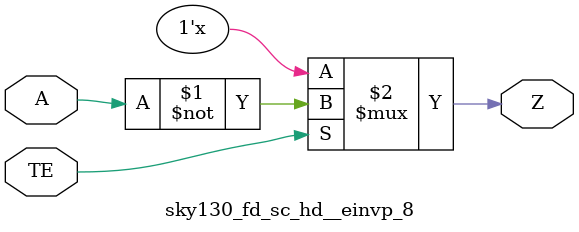
<source format=v>
/*
 * Copyright 2020 The SkyWater PDK Authors
 *
 * Licensed under the Apache License, Version 2.0 (the "License");
 * you may not use this file except in compliance with the License.
 * You may obtain a copy of the License at
 *
 *     https://www.apache.org/licenses/LICENSE-2.0
 *
 * Unless required by applicable law or agreed to in writing, software
 * distributed under the License is distributed on an "AS IS" BASIS,
 * WITHOUT WARRANTIES OR CONDITIONS OF ANY KIND, either express or implied.
 * See the License for the specific language governing permissions and
 * limitations under the License.
 *
 * SPDX-License-Identifier: Apache-2.0
*/


`ifndef SKY130_FD_SC_HD__EINVP_8_FUNCTIONAL_V
`define SKY130_FD_SC_HD__EINVP_8_FUNCTIONAL_V

/**
 * einvp: Tri-state inverter, positive enable.
 *
 * Verilog simulation functional model.
 */

`timescale 1ns / 1ps
`default_nettype none

`celldefine
module sky130_fd_sc_hd__einvp_8 (
    Z ,
    A ,
    TE
);

    // Module ports
    output Z ;
    input  A ;
    input  TE;

    //     Name     Output  Other arguments
    notif1 notif10 (Z     , A, TE          );

endmodule
`endcelldefine

`default_nettype wire
`endif  // SKY130_FD_SC_HD__EINVP_8_FUNCTIONAL_V

</source>
